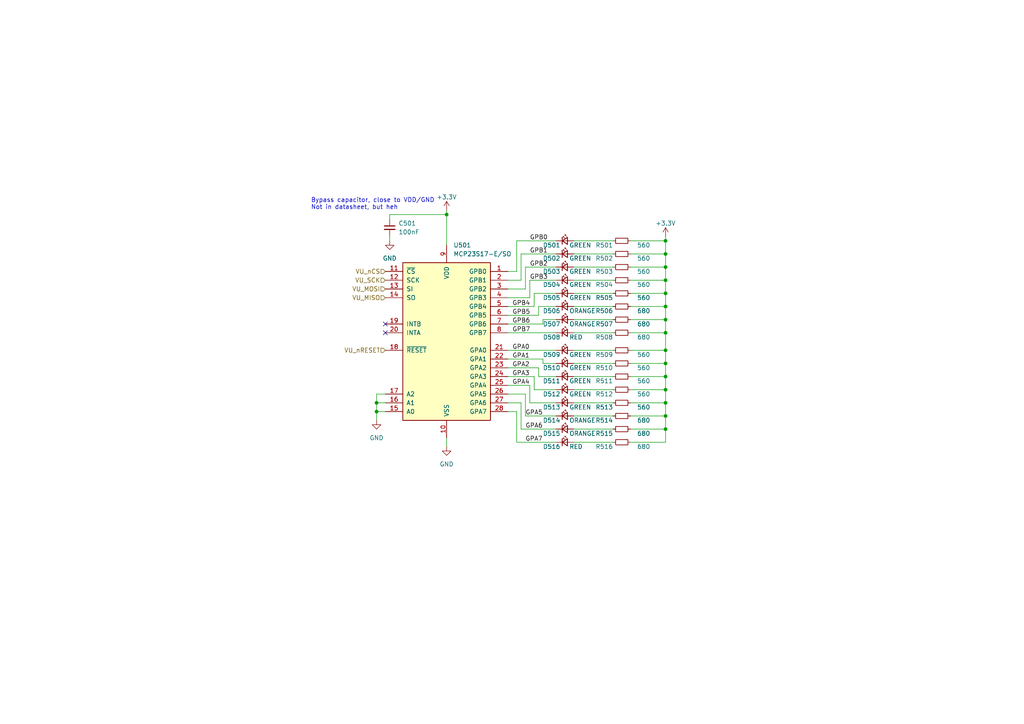
<source format=kicad_sch>
(kicad_sch (version 20230121) (generator eeschema)
  (paper "A4")
  (lib_symbols
    (symbol "Device:C_Small" (pin_numbers hide) (pin_names (offset 0.254) hide)
      (property "Reference" "C" (at 0.254 1.778 0))
      (property "Value" "C_Small" (at 0.254 -2.032 0))
      (symbol "C_Small_0_1"
        (polyline (pts (xy -1.524 -0.508) (xy 1.524 -0.508)) (stroke (width 0.3302)))
        (polyline (pts (xy -1.524 0.508) (xy 1.524 0.508)) (stroke (width 0.3048)))
      )
      (symbol "C_Small_1_1"
        (pin passive line (at 0 2.54 270) (length 2.032) (name "~") (number "1"))
        (pin passive line (at 0 -2.54 90) (length 2.032) (name "~") (number "2"))
      )
    )
    (symbol "Device:LED_Small" (pin_numbers hide) (pin_names (offset 0.254) hide)
      (property "Reference" "D" (at -1.27 3.175 0))
      (property "Value" "LED_Small" (at -4.445 -2.54 0))
      (symbol "LED_Small_0_1"
        (polyline (pts (xy -0.762 -1.016) (xy -0.762 1.016)) (stroke (width 0.254)))
        (polyline (pts (xy 1.016 0) (xy -0.762 0)))
        (polyline (pts (xy 0.762 -1.016) (xy -0.762 0) (xy 0.762 1.016) (xy 0.762 -1.016)) (stroke (width 0.254)))
        (polyline (pts (xy 0 0.762) (xy -0.508 1.27) (xy -0.254 1.27) (xy -0.508 1.27) (xy -0.508 1.016)))
        (polyline (pts (xy 0.508 1.27) (xy 0 1.778) (xy 0.254 1.778) (xy 0 1.778) (xy 0 1.524)))
      )
      (symbol "LED_Small_1_1"
        (pin passive line (at -2.54 0 0) (length 1.778) (name "K") (number "1"))
        (pin passive line (at 2.54 0 180) (length 1.778) (name "A") (number "2"))
      )
    )
    (symbol "Device:R_Small" (pin_numbers hide) (pin_names (offset 0.254) hide)
      (property "Reference" "R" (at 0.762 0.508 0))
      (property "Value" "R_Small" (at 0.762 -1.016 0))
      (symbol "R_Small_0_1"
        (rectangle (start -0.762 1.778) (end 0.762 -1.778) (stroke (width 0.2032)))
      )
      (symbol "R_Small_1_1"
        (pin passive line (at 0 2.54 270) (length 0.762) (name "~") (number "1"))
        (pin passive line (at 0 -2.54 90) (length 0.762) (name "~") (number "2"))
      )
    )
    (symbol "Interface_Expansion:MCP23S17_SO" (pin_names (offset 1.016))
      (property "Reference" "U" (at -11.43 24.13 0))
      (property "Value" "MCP23S17_SO" (at 0 0 0))
      (symbol "MCP23S17_SO_0_1"
        (rectangle (start -12.7 22.86) (end 12.7 -22.86) (stroke (width 0.254)) (fill (type background)))
      )
      (symbol "MCP23S17_SO_1_1"
        (pin bidirectional line (at 17.78 20.32 180) (length 5.08) (name "GPB0") (number "1"))
        (pin power_in line (at 0 -27.94 90) (length 5.08) (name "VSS") (number "10"))
        (pin input line (at -17.78 20.32 0) (length 5.08) (name "~{CS}") (number "11"))
        (pin input line (at -17.78 17.78 0) (length 5.08) (name "SCK") (number "12"))
        (pin input line (at -17.78 15.24 0) (length 5.08) (name "SI") (number "13"))
        (pin output line (at -17.78 12.7 0) (length 5.08) (name "SO") (number "14"))
        (pin input line (at -17.78 -20.32 0) (length 5.08) (name "A0") (number "15"))
        (pin input line (at -17.78 -17.78 0) (length 5.08) (name "A1") (number "16"))
        (pin input line (at -17.78 -15.24 0) (length 5.08) (name "A2") (number "17"))
        (pin input line (at -17.78 -2.54 0) (length 5.08) (name "~{RESET}") (number "18"))
        (pin tri_state line (at -17.78 5.08 0) (length 5.08) (name "INTB") (number "19"))
        (pin bidirectional line (at 17.78 17.78 180) (length 5.08) (name "GPB1") (number "2"))
        (pin tri_state line (at -17.78 2.54 0) (length 5.08) (name "INTA") (number "20"))
        (pin bidirectional line (at 17.78 -2.54 180) (length 5.08) (name "GPA0") (number "21"))
        (pin bidirectional line (at 17.78 -5.08 180) (length 5.08) (name "GPA1") (number "22"))
        (pin bidirectional line (at 17.78 -7.62 180) (length 5.08) (name "GPA2") (number "23"))
        (pin bidirectional line (at 17.78 -10.16 180) (length 5.08) (name "GPA3") (number "24"))
        (pin bidirectional line (at 17.78 -12.7 180) (length 5.08) (name "GPA4") (number "25"))
        (pin bidirectional line (at 17.78 -15.24 180) (length 5.08) (name "GPA5") (number "26"))
        (pin bidirectional line (at 17.78 -17.78 180) (length 5.08) (name "GPA6") (number "27"))
        (pin bidirectional line (at 17.78 -20.32 180) (length 5.08) (name "GPA7") (number "28"))
        (pin bidirectional line (at 17.78 15.24 180) (length 5.08) (name "GPB2") (number "3"))
        (pin bidirectional line (at 17.78 12.7 180) (length 5.08) (name "GPB3") (number "4"))
        (pin bidirectional line (at 17.78 10.16 180) (length 5.08) (name "GPB4") (number "5"))
        (pin bidirectional line (at 17.78 7.62 180) (length 5.08) (name "GPB5") (number "6"))
        (pin bidirectional line (at 17.78 5.08 180) (length 5.08) (name "GPB6") (number "7"))
        (pin bidirectional line (at 17.78 2.54 180) (length 5.08) (name "GPB7") (number "8"))
        (pin power_in line (at 0 27.94 270) (length 5.08) (name "VDD") (number "9"))
      )
    )
    (symbol "power:+3.3V" (power) (pin_names (offset 0))
      (property "Value" "+3.3V" (at 0 3.556 0))
      (symbol "+3.3V_0_1"
        (polyline (pts (xy -0.762 1.27) (xy 0 2.54)))
        (polyline (pts (xy 0 0) (xy 0 2.54)))
        (polyline (pts (xy 0 2.54) (xy 0.762 1.27)))
      )
      (symbol "+3.3V_1_1"
        (pin power_in line (at 0 0 90) (length 0) hide (name "+3.3V") (number "1"))
      )
    )
    (symbol "power:GND" (power) (pin_names (offset 0))
      (property "Value" "GND" (at 0 -3.81 0))
      (symbol "GND_0_1"
        (polyline (pts (xy 0 0) (xy 0 -1.27) (xy 1.27 -1.27) (xy 0 -2.54) (xy -1.27 -1.27) (xy 0 -1.27)))
      )
      (symbol "GND_1_1"
        (pin power_in line (at 0 0 270) (length 0) hide (name "GND") (number "1"))
      )
    )
  )
  (junction (at 193.04 105.41))
  (junction (at 193.04 124.46))
  (junction (at 193.04 69.85))
  (junction (at 193.04 73.66))
  (junction (at 129.54 62.23))
  (junction (at 193.04 81.28))
  (junction (at 193.04 85.09))
  (junction (at 193.04 77.47))
  (junction (at 109.22 116.84))
  (junction (at 193.04 101.6))
  (junction (at 109.22 119.38))
  (junction (at 193.04 109.22))
  (junction (at 193.04 92.71))
  (junction (at 193.04 96.52))
  (junction (at 193.04 116.84))
  (junction (at 193.04 88.9))
  (junction (at 193.04 120.65))
  (junction (at 193.04 113.03))
  (no_connect (at 111.76 93.98))
  (no_connect (at 111.76 96.52))
  (wire (pts (xy 193.04 96.52) (xy 193.04 101.6)))
  (wire (pts (xy 193.04 85.09) (xy 193.04 81.28)))
  (wire (pts (xy 182.88 85.09) (xy 193.04 85.09)))
  (wire (pts (xy 182.88 77.47) (xy 193.04 77.47)))
  (wire (pts (xy 147.32 96.52) (xy 161.29 96.52)))
  (wire (pts (xy 166.37 88.9) (xy 177.8 88.9)))
  (wire (pts (xy 161.29 120.65) (xy 152.4 120.65)))
  (wire (pts (xy 109.22 116.84) (xy 111.76 116.84)))
  (wire (pts (xy 166.37 85.09) (xy 177.8 85.09)))
  (wire (pts (xy 166.37 92.71) (xy 177.8 92.71)))
  (wire (pts (xy 193.04 109.22) (xy 193.04 113.03)))
  (wire (pts (xy 113.03 68.58) (xy 113.03 69.85)))
  (wire (pts (xy 161.29 109.22) (xy 156.21 109.22)))
  (wire (pts (xy 109.22 116.84) (xy 109.22 114.3)))
  (wire (pts (xy 166.37 105.41) (xy 177.8 105.41)))
  (wire (pts (xy 153.67 86.36) (xy 153.67 81.28)))
  (wire (pts (xy 129.54 127) (xy 129.54 129.54)))
  (wire (pts (xy 161.29 92.71) (xy 157.48 92.71)))
  (wire (pts (xy 182.88 116.84) (xy 193.04 116.84)))
  (wire (pts (xy 147.32 101.6) (xy 161.29 101.6)))
  (wire (pts (xy 151.13 81.28) (xy 147.32 81.28)))
  (wire (pts (xy 193.04 73.66) (xy 182.88 73.66)))
  (wire (pts (xy 166.37 113.03) (xy 177.8 113.03)))
  (wire (pts (xy 156.21 106.68) (xy 147.32 106.68)))
  (wire (pts (xy 193.04 101.6) (xy 193.04 105.41)))
  (wire (pts (xy 193.04 69.85) (xy 182.88 69.85)))
  (wire (pts (xy 113.03 63.5) (xy 113.03 62.23)))
  (wire (pts (xy 157.48 104.14) (xy 147.32 104.14)))
  (wire (pts (xy 147.32 88.9) (xy 154.94 88.9)))
  (wire (pts (xy 161.29 128.27) (xy 149.86 128.27)))
  (wire (pts (xy 129.54 62.23) (xy 129.54 71.12)))
  (wire (pts (xy 151.13 124.46) (xy 161.29 124.46)))
  (wire (pts (xy 193.04 69.85) (xy 193.04 73.66)))
  (wire (pts (xy 166.37 69.85) (xy 177.8 69.85)))
  (wire (pts (xy 149.86 78.74) (xy 149.86 69.85)))
  (wire (pts (xy 182.88 124.46) (xy 193.04 124.46)))
  (wire (pts (xy 193.04 96.52) (xy 182.88 96.52)))
  (wire (pts (xy 166.37 109.22) (xy 177.8 109.22)))
  (wire (pts (xy 157.48 105.41) (xy 157.48 104.14)))
  (wire (pts (xy 193.04 92.71) (xy 193.04 88.9)))
  (wire (pts (xy 149.86 128.27) (xy 149.86 119.38)))
  (wire (pts (xy 156.21 91.44) (xy 147.32 91.44)))
  (wire (pts (xy 193.04 77.47) (xy 193.04 73.66)))
  (wire (pts (xy 193.04 77.47) (xy 193.04 81.28)))
  (wire (pts (xy 152.4 77.47) (xy 152.4 83.82)))
  (wire (pts (xy 193.04 68.58) (xy 193.04 69.85)))
  (wire (pts (xy 152.4 120.65) (xy 152.4 114.3)))
  (wire (pts (xy 193.04 124.46) (xy 193.04 120.65)))
  (wire (pts (xy 193.04 88.9) (xy 182.88 88.9)))
  (wire (pts (xy 153.67 116.84) (xy 153.67 111.76)))
  (wire (pts (xy 109.22 121.92) (xy 109.22 119.38)))
  (wire (pts (xy 109.22 119.38) (xy 111.76 119.38)))
  (wire (pts (xy 166.37 77.47) (xy 177.8 77.47)))
  (wire (pts (xy 152.4 114.3) (xy 147.32 114.3)))
  (wire (pts (xy 147.32 93.98) (xy 157.48 93.98)))
  (wire (pts (xy 166.37 116.84) (xy 177.8 116.84)))
  (wire (pts (xy 166.37 120.65) (xy 177.8 120.65)))
  (wire (pts (xy 157.48 92.71) (xy 157.48 93.98)))
  (wire (pts (xy 113.03 62.23) (xy 129.54 62.23)))
  (wire (pts (xy 193.04 124.46) (xy 193.04 128.27)))
  (wire (pts (xy 193.04 105.41) (xy 182.88 105.41)))
  (wire (pts (xy 153.67 81.28) (xy 161.29 81.28)))
  (wire (pts (xy 147.32 78.74) (xy 149.86 78.74)))
  (wire (pts (xy 193.04 120.65) (xy 182.88 120.65)))
  (wire (pts (xy 109.22 119.38) (xy 109.22 116.84)))
  (wire (pts (xy 161.29 73.66) (xy 151.13 73.66)))
  (wire (pts (xy 153.67 111.76) (xy 147.32 111.76)))
  (wire (pts (xy 166.37 96.52) (xy 177.8 96.52)))
  (wire (pts (xy 193.04 92.71) (xy 193.04 96.52)))
  (wire (pts (xy 109.22 114.3) (xy 111.76 114.3)))
  (wire (pts (xy 182.88 92.71) (xy 193.04 92.71)))
  (wire (pts (xy 166.37 81.28) (xy 177.8 81.28)))
  (wire (pts (xy 149.86 119.38) (xy 147.32 119.38)))
  (wire (pts (xy 149.86 69.85) (xy 161.29 69.85)))
  (wire (pts (xy 182.88 109.22) (xy 193.04 109.22)))
  (wire (pts (xy 161.29 105.41) (xy 157.48 105.41)))
  (wire (pts (xy 161.29 113.03) (xy 154.94 113.03)))
  (wire (pts (xy 151.13 116.84) (xy 151.13 124.46)))
  (wire (pts (xy 193.04 128.27) (xy 182.88 128.27)))
  (wire (pts (xy 156.21 88.9) (xy 156.21 91.44)))
  (wire (pts (xy 166.37 101.6) (xy 177.8 101.6)))
  (wire (pts (xy 154.94 109.22) (xy 147.32 109.22)))
  (wire (pts (xy 166.37 73.66) (xy 177.8 73.66)))
  (wire (pts (xy 193.04 116.84) (xy 193.04 120.65)))
  (wire (pts (xy 147.32 116.84) (xy 151.13 116.84)))
  (wire (pts (xy 193.04 101.6) (xy 182.88 101.6)))
  (wire (pts (xy 166.37 128.27) (xy 177.8 128.27)))
  (wire (pts (xy 161.29 77.47) (xy 152.4 77.47)))
  (wire (pts (xy 161.29 116.84) (xy 153.67 116.84)))
  (wire (pts (xy 193.04 85.09) (xy 193.04 88.9)))
  (wire (pts (xy 193.04 81.28) (xy 182.88 81.28)))
  (wire (pts (xy 161.29 88.9) (xy 156.21 88.9)))
  (wire (pts (xy 166.37 124.46) (xy 177.8 124.46)))
  (wire (pts (xy 147.32 86.36) (xy 153.67 86.36)))
  (wire (pts (xy 154.94 113.03) (xy 154.94 109.22)))
  (wire (pts (xy 193.04 116.84) (xy 193.04 113.03)))
  (wire (pts (xy 193.04 109.22) (xy 193.04 105.41)))
  (wire (pts (xy 154.94 85.09) (xy 154.94 88.9)))
  (wire (pts (xy 156.21 109.22) (xy 156.21 106.68)))
  (wire (pts (xy 152.4 83.82) (xy 147.32 83.82)))
  (wire (pts (xy 193.04 113.03) (xy 182.88 113.03)))
  (wire (pts (xy 161.29 85.09) (xy 154.94 85.09)))
  (wire (pts (xy 129.54 60.96) (xy 129.54 62.23)))
  (wire (pts (xy 151.13 73.66) (xy 151.13 81.28)))
  (text "Bypass capacitor, close to VDD/GND\nNot in datasheet, but heh" (at 90.17 60.96 0) (effects (font (size 1.27 1.27)) (justify left bottom)))
  (label "GPA1" (at 148.59 104.14 0))
  (label "GPB4" (at 148.59 88.9 0))
  (label "GPA3" (at 148.59 109.22 0))
  (label "GPA5" (at 152.4 120.65 0))
  (label "GPB1" (at 153.67 73.66 0))
  (label "GPA0" (at 148.59 101.6 0))
  (label "GPA4" (at 148.59 111.76 0))
  (label "GPB6" (at 148.59 93.98 0))
  (label "GPA7" (at 152.3679 128.27 0))
  (label "GPB0" (at 153.67 69.85 0))
  (label "GPB5" (at 148.59 91.44 0))
  (label "GPB3" (at 153.67 81.28 0))
  (label "GPB2" (at 153.67 77.47 0))
  (label "GPA2" (at 148.59 106.68 0))
  (label "GPB7" (at 148.59 96.52 0))
  (label "GPA6" (at 152.4 124.46 0))
  (hierarchical_label "VU_nRESET" (shape input) (at 111.76 101.6 180))
  (hierarchical_label "VU_nCS" (shape input) (at 111.76 78.74 180))
  (hierarchical_label "VU_SCK" (shape input) (at 111.76 81.28 180))
  (hierarchical_label "VU_MISO" (shape input) (at 111.76 86.36 180))
  (hierarchical_label "VU_MOSI" (shape input) (at 111.76 83.82 180))
  (symbol (lib_id "Device:C_Small") (at 113.03 66.04 0) (unit 1)
    (property "Reference" "C501" (at 115.57 64.7763 0) (effects (justify left)))
    (property "Value" "100nF" (at 115.57 67.3163 0) (effects (justify left)))
    (property "Footprint" "Capacitor_SMD:C_0402_1005Metric" (effects hide))
    (property "LCSC Part" "C1525" (effects hide))
  )
  (symbol (lib_id "Device:LED_Small") (at 163.83 69.85 0) (unit 1)
    (property "Reference" "D501" (at 162.56 71.12 0) (effects (justify right)))
    (property "Value" "GREEN" (at 165.1 71.12 0) (effects (justify left)))
    (property "Footprint" "LED_SMD:LED_0603_1608Metric" (effects hide))
    (property "LCSC Part" "C72043" (effects hide))
  )
  (symbol (lib_id "Device:R_Small") (at 180.34 88.9 90) (unit 1)
    (property "Reference" "R506" (at 175.26 90.17 90))
    (property "Value" "680" (at 186.69 90.17 90))
    (property "Footprint" "Resistor_SMD:R_0603_1608Metric" (effects hide))
  )
  (symbol (lib_id "Device:LED_Small") (at 163.83 128.27 0) (unit 1)
    (property "Reference" "D516" (at 162.56 129.54 0) (effects (justify right)))
    (property "Value" "RED" (at 165.1 129.54 0) (effects (justify left)))
    (property "Footprint" "LED_SMD:LED_0603_1608Metric" (effects hide))
    (property "LCSC Part" "C2286" (effects hide))
  )
  (symbol (lib_id "Device:R_Small") (at 180.34 69.85 90) (unit 1)
    (property "Reference" "R501" (at 175.26 71.12 90))
    (property "Value" "560" (at 186.69 71.12 90))
    (property "Footprint" "Resistor_SMD:R_0603_1608Metric" (effects hide))
  )
  (symbol (lib_id "Device:LED_Small") (at 163.83 120.65 0) (unit 1)
    (property "Reference" "D514" (at 162.56 121.92 0) (effects (justify right)))
    (property "Value" "ORANGE" (at 165.1 121.92 0) (effects (justify left)))
    (property "Footprint" "LED_SMD:LED_0603_1608Metric" (effects hide))
    (property "LCSC Part" "C965801" (effects hide))
  )
  (symbol (lib_id "Device:LED_Small") (at 163.83 101.6 0) (unit 1)
    (property "Reference" "D509" (at 162.56 102.87 0) (effects (justify right)))
    (property "Value" "GREEN" (at 165.1 102.87 0) (effects (justify left)))
    (property "Footprint" "LED_SMD:LED_0603_1608Metric" (effects hide))
    (property "LCSC Part" "C72043" (effects hide))
  )
  (symbol (lib_id "Device:R_Small") (at 180.34 96.52 90) (unit 1)
    (property "Reference" "R508" (at 175.26 97.79 90))
    (property "Value" "680" (at 186.69 97.79 90))
    (property "Footprint" "Resistor_SMD:R_0603_1608Metric" (effects hide))
  )
  (symbol (lib_id "Device:R_Small") (at 180.34 81.28 90) (unit 1)
    (property "Reference" "R504" (at 175.26 82.55 90))
    (property "Value" "560" (at 186.69 82.55 90))
    (property "Footprint" "Resistor_SMD:R_0603_1608Metric" (effects hide))
  )
  (symbol (lib_id "power:GND") (at 113.03 69.85 0) (unit 1)
    (property "Reference" "#PWR0502" (effects hide))
    (property "Value" "GND" (at 113.03 74.93 0))
  )
  (symbol (lib_id "Device:R_Small") (at 180.34 77.47 90) (unit 1)
    (property "Reference" "R503" (at 175.26 78.74 90))
    (property "Value" "560" (at 186.69 78.74 90))
    (property "Footprint" "Resistor_SMD:R_0603_1608Metric" (effects hide))
  )
  (symbol (lib_id "Device:LED_Small") (at 163.83 124.46 0) (unit 1)
    (property "Reference" "D515" (at 162.56 125.73 0) (effects (justify right)))
    (property "Value" "ORANGE" (at 165.1 125.73 0) (effects (justify left)))
    (property "Footprint" "LED_SMD:LED_0603_1608Metric" (effects hide))
    (property "LCSC Part" "C965801" (effects hide))
  )
  (symbol (lib_id "Device:R_Small") (at 180.34 113.03 90) (unit 1)
    (property "Reference" "R512" (at 175.26 114.3 90))
    (property "Value" "560" (at 186.69 114.3 90))
    (property "Footprint" "Resistor_SMD:R_0603_1608Metric" (effects hide))
  )
  (symbol (lib_id "Device:LED_Small") (at 163.83 88.9 0) (unit 1)
    (property "Reference" "D506" (at 162.56 90.17 0) (effects (justify right)))
    (property "Value" "ORANGE" (at 165.1 90.17 0) (effects (justify left)))
    (property "Footprint" "LED_SMD:LED_0603_1608Metric" (effects hide))
    (property "LCSC Part" "C965801" (effects hide))
  )
  (symbol (lib_id "Device:LED_Small") (at 163.83 81.28 0) (unit 1)
    (property "Reference" "D504" (at 162.56 82.55 0) (effects (justify right)))
    (property "Value" "GREEN" (at 165.1 82.55 0) (effects (justify left)))
    (property "Footprint" "LED_SMD:LED_0603_1608Metric" (effects hide))
    (property "LCSC Part" "C72043" (effects hide))
  )
  (symbol (lib_id "Device:LED_Small") (at 163.83 73.66 0) (unit 1)
    (property "Reference" "D502" (at 162.56 74.93 0) (effects (justify right)))
    (property "Value" "GREEN" (at 165.1 74.93 0) (effects (justify left)))
    (property "Footprint" "LED_SMD:LED_0603_1608Metric" (effects hide))
    (property "LCSC Part" "C72043" (effects hide))
  )
  (symbol (lib_id "Device:R_Small") (at 180.34 92.71 90) (unit 1)
    (property "Reference" "R507" (at 175.26 93.98 90))
    (property "Value" "680" (at 186.69 93.98 90))
    (property "Footprint" "Resistor_SMD:R_0603_1608Metric" (effects hide))
  )
  (symbol (lib_id "Device:LED_Small") (at 163.83 105.41 0) (unit 1)
    (property "Reference" "D510" (at 162.56 106.68 0) (effects (justify right)))
    (property "Value" "GREEN" (at 165.1 106.68 0) (effects (justify left)))
    (property "Footprint" "LED_SMD:LED_0603_1608Metric" (effects hide))
    (property "LCSC Part" "C72043" (effects hide))
  )
  (symbol (lib_id "Device:LED_Small") (at 163.83 77.47 0) (unit 1)
    (property "Reference" "D503" (at 162.56 78.74 0) (effects (justify right)))
    (property "Value" "GREEN" (at 165.1 78.74 0) (effects (justify left)))
    (property "Footprint" "LED_SMD:LED_0603_1608Metric" (effects hide))
    (property "LCSC Part" "C72043" (effects hide))
  )
  (symbol (lib_id "power:+3.3V") (at 129.54 60.96 0) (unit 1)
    (property "Reference" "#PWR0201" (effects hide))
    (property "Value" "+3.3V" (at 129.54 57.15 0))
    (instances (project "audio_iface" (path "" (reference "#PWR0201") (unit 1)) (path "" (reference "#PWR0503") (unit 1))))
  )
  (symbol (lib_id "Device:LED_Small") (at 163.83 116.84 0) (unit 1)
    (property "Reference" "D513" (at 162.56 118.11 0) (effects (justify right)))
    (property "Value" "GREEN" (at 165.1 118.11 0) (effects (justify left)))
    (property "Footprint" "LED_SMD:LED_0603_1608Metric" (effects hide))
    (property "LCSC Part" "C72043" (effects hide))
  )
  (symbol (lib_id "Device:LED_Small") (at 163.83 92.71 0) (unit 1)
    (property "Reference" "D507" (at 162.56 93.98 0) (effects (justify right)))
    (property "Value" "ORANGE" (at 165.1 93.98 0) (effects (justify left)))
    (property "Footprint" "LED_SMD:LED_0603_1608Metric" (effects hide))
    (property "LCSC Part" "C965801" (effects hide))
  )
  (symbol (lib_id "Device:LED_Small") (at 163.83 109.22 0) (unit 1)
    (property "Reference" "D511" (at 162.56 110.49 0) (effects (justify right)))
    (property "Value" "GREEN" (at 165.1 110.49 0) (effects (justify left)))
    (property "Footprint" "LED_SMD:LED_0603_1608Metric" (effects hide))
    (property "LCSC Part" "C72043" (effects hide))
  )
  (symbol (lib_id "Device:LED_Small") (at 163.83 96.52 0) (unit 1)
    (property "Reference" "D508" (at 162.56 97.79 0) (effects (justify right)))
    (property "Value" "RED" (at 165.1 97.79 0) (effects (justify left)))
    (property "Footprint" "LED_SMD:LED_0603_1608Metric" (effects hide))
    (property "LCSC Part" "C2286" (effects hide))
  )
  (symbol (lib_id "Interface_Expansion:MCP23S17_SO") (at 129.54 99.06 0) (unit 1)
    (property "Reference" "U501" (at 131.4959 71.12 0) (effects (justify left)))
    (property "Value" "MCP23S17-E/SO" (at 131.4959 73.66 0) (effects (justify left)))
    (property "Footprint" "Package_SO:SOIC-28W_7.5x17.9mm_P1.27mm" (effects hide))
    (property "Datasheet" "http://ww1.microchip.com/downloads/en/DeviceDoc/20001952C.pdf" (effects hide))
    (property "LCSC Part" "C145413" (effects hide))
  )
  (symbol (lib_id "power:GND") (at 129.54 129.54 0) (mirror y) (unit 1)
    (property "Reference" "#PWR0504" (effects hide))
    (property "Value" "GND" (at 129.54 134.62 0))
  )
  (symbol (lib_id "Device:LED_Small") (at 163.83 113.03 0) (unit 1)
    (property "Reference" "D512" (at 162.56 114.3 0) (effects (justify right)))
    (property "Value" "GREEN" (at 165.1 114.3 0) (effects (justify left)))
    (property "Footprint" "LED_SMD:LED_0603_1608Metric" (effects hide))
    (property "LCSC Part" "C72043" (effects hide))
  )
  (symbol (lib_id "Device:R_Small") (at 180.34 73.66 90) (unit 1)
    (property "Reference" "R502" (at 175.26 74.93 90))
    (property "Value" "560" (at 186.69 74.93 90))
    (property "Footprint" "Resistor_SMD:R_0603_1608Metric" (effects hide))
  )
  (symbol (lib_id "power:GND") (at 109.22 121.92 0) (unit 1)
    (property "Reference" "#PWR0501" (effects hide))
    (property "Value" "GND" (at 109.22 127 0))
  )
  (symbol (lib_id "Device:R_Small") (at 180.34 124.46 90) (unit 1)
    (property "Reference" "R515" (at 175.26 125.73 90))
    (property "Value" "680" (at 186.69 125.73 90))
    (property "Footprint" "Resistor_SMD:R_0603_1608Metric" (effects hide))
  )
  (symbol (lib_id "Device:R_Small") (at 180.34 85.09 90) (unit 1)
    (property "Reference" "R505" (at 175.26 86.36 90))
    (property "Value" "560" (at 186.69 86.36 90))
    (property "Footprint" "Resistor_SMD:R_0603_1608Metric" (effects hide))
  )
  (symbol (lib_id "Device:LED_Small") (at 163.83 85.09 0) (unit 1)
    (property "Reference" "D505" (at 162.56 86.36 0) (effects (justify right)))
    (property "Value" "GREEN" (at 165.1 86.36 0) (effects (justify left)))
    (property "Footprint" "LED_SMD:LED_0603_1608Metric" (effects hide))
    (property "LCSC Part" "C72043" (effects hide))
  )
  (symbol (lib_id "Device:R_Small") (at 180.34 101.6 90) (unit 1)
    (property "Reference" "R509" (at 175.26 102.87 90))
    (property "Value" "560" (at 186.69 102.87 90))
    (property "Footprint" "Resistor_SMD:R_0603_1608Metric" (effects hide))
  )
  (symbol (lib_id "power:+3.3V") (at 193.04 68.58 0) (unit 1)
    (property "Reference" "#PWR0201" (effects hide))
    (property "Value" "+3.3V" (at 193.04 64.77 0))
    (instances (project "audio_iface" (path "" (reference "#PWR0201") (unit 1)) (path "" (reference "#PWR0505") (unit 1))))
  )
  (symbol (lib_id "Device:R_Small") (at 180.34 120.65 90) (unit 1)
    (property "Reference" "R514" (at 175.26 121.92 90))
    (property "Value" "680" (at 186.69 121.92 90))
    (property "Footprint" "Resistor_SMD:R_0603_1608Metric" (effects hide))
  )
  (symbol (lib_id "Device:R_Small") (at 180.34 116.84 90) (unit 1)
    (property "Reference" "R513" (at 175.26 118.11 90))
    (property "Value" "560" (at 186.69 118.11 90))
    (property "Footprint" "Resistor_SMD:R_0603_1608Metric" (effects hide))
  )
  (symbol (lib_id "Device:R_Small") (at 180.34 109.22 90) (unit 1)
    (property "Reference" "R511" (at 175.26 110.49 90))
    (property "Value" "560" (at 186.69 110.49 90))
    (property "Footprint" "Resistor_SMD:R_0603_1608Metric" (effects hide))
  )
  (symbol (lib_id "Device:R_Small") (at 180.34 105.41 90) (unit 1)
    (property "Reference" "R510" (at 175.26 106.68 90))
    (property "Value" "560" (at 186.69 106.68 90))
    (property "Footprint" "Resistor_SMD:R_0603_1608Metric" (effects hide))
  )
  (symbol (lib_id "Device:R_Small") (at 180.34 128.27 90) (unit 1)
    (property "Reference" "R516" (at 175.26 129.54 90))
    (property "Value" "680" (at 186.69 129.54 90))
    (property "Footprint" "Resistor_SMD:R_0603_1608Metric" (effects hide))
  )
)
</source>
